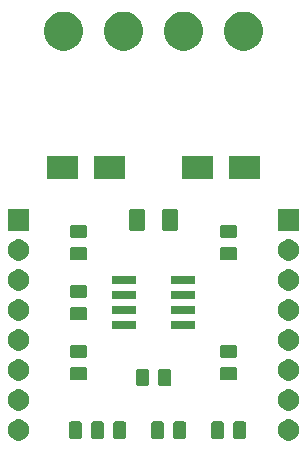
<source format=gbr>
G04 #@! TF.GenerationSoftware,KiCad,Pcbnew,(5.1.5)-3*
G04 #@! TF.CreationDate,2020-05-07T13:41:12+02:00*
G04 #@! TF.ProjectId,TPS25921A_eFuse,54505332-3539-4323-9141-5f6546757365,rev?*
G04 #@! TF.SameCoordinates,Original*
G04 #@! TF.FileFunction,Soldermask,Top*
G04 #@! TF.FilePolarity,Negative*
%FSLAX46Y46*%
G04 Gerber Fmt 4.6, Leading zero omitted, Abs format (unit mm)*
G04 Created by KiCad (PCBNEW (5.1.5)-3) date 2020-05-07 13:41:12*
%MOMM*%
%LPD*%
G04 APERTURE LIST*
%ADD10C,0.100000*%
G04 APERTURE END LIST*
D10*
G36*
X227443512Y-122293927D02*
G01*
X227592812Y-122323624D01*
X227756784Y-122391544D01*
X227904354Y-122490147D01*
X228029853Y-122615646D01*
X228128456Y-122763216D01*
X228196376Y-122927188D01*
X228231000Y-123101259D01*
X228231000Y-123278741D01*
X228196376Y-123452812D01*
X228128456Y-123616784D01*
X228029853Y-123764354D01*
X227904354Y-123889853D01*
X227756784Y-123988456D01*
X227592812Y-124056376D01*
X227443512Y-124086073D01*
X227418742Y-124091000D01*
X227241258Y-124091000D01*
X227216488Y-124086073D01*
X227067188Y-124056376D01*
X226903216Y-123988456D01*
X226755646Y-123889853D01*
X226630147Y-123764354D01*
X226531544Y-123616784D01*
X226463624Y-123452812D01*
X226429000Y-123278741D01*
X226429000Y-123101259D01*
X226463624Y-122927188D01*
X226531544Y-122763216D01*
X226630147Y-122615646D01*
X226755646Y-122490147D01*
X226903216Y-122391544D01*
X227067188Y-122323624D01*
X227216488Y-122293927D01*
X227241258Y-122289000D01*
X227418742Y-122289000D01*
X227443512Y-122293927D01*
G37*
G36*
X204583512Y-122293927D02*
G01*
X204732812Y-122323624D01*
X204896784Y-122391544D01*
X205044354Y-122490147D01*
X205169853Y-122615646D01*
X205268456Y-122763216D01*
X205336376Y-122927188D01*
X205371000Y-123101259D01*
X205371000Y-123278741D01*
X205336376Y-123452812D01*
X205268456Y-123616784D01*
X205169853Y-123764354D01*
X205044354Y-123889853D01*
X204896784Y-123988456D01*
X204732812Y-124056376D01*
X204583512Y-124086073D01*
X204558742Y-124091000D01*
X204381258Y-124091000D01*
X204356488Y-124086073D01*
X204207188Y-124056376D01*
X204043216Y-123988456D01*
X203895646Y-123889853D01*
X203770147Y-123764354D01*
X203671544Y-123616784D01*
X203603624Y-123452812D01*
X203569000Y-123278741D01*
X203569000Y-123101259D01*
X203603624Y-122927188D01*
X203671544Y-122763216D01*
X203770147Y-122615646D01*
X203895646Y-122490147D01*
X204043216Y-122391544D01*
X204207188Y-122323624D01*
X204356488Y-122293927D01*
X204381258Y-122289000D01*
X204558742Y-122289000D01*
X204583512Y-122293927D01*
G37*
G36*
X223559468Y-122443565D02*
G01*
X223598138Y-122455296D01*
X223633777Y-122474346D01*
X223665017Y-122499983D01*
X223690654Y-122531223D01*
X223709704Y-122566862D01*
X223721435Y-122605532D01*
X223726000Y-122651888D01*
X223726000Y-123728112D01*
X223721435Y-123774468D01*
X223709704Y-123813138D01*
X223690654Y-123848777D01*
X223665017Y-123880017D01*
X223633777Y-123905654D01*
X223598138Y-123924704D01*
X223559468Y-123936435D01*
X223513112Y-123941000D01*
X222861888Y-123941000D01*
X222815532Y-123936435D01*
X222776862Y-123924704D01*
X222741223Y-123905654D01*
X222709983Y-123880017D01*
X222684346Y-123848777D01*
X222665296Y-123813138D01*
X222653565Y-123774468D01*
X222649000Y-123728112D01*
X222649000Y-122651888D01*
X222653565Y-122605532D01*
X222665296Y-122566862D01*
X222684346Y-122531223D01*
X222709983Y-122499983D01*
X222741223Y-122474346D01*
X222776862Y-122455296D01*
X222815532Y-122443565D01*
X222861888Y-122439000D01*
X223513112Y-122439000D01*
X223559468Y-122443565D01*
G37*
G36*
X221684468Y-122443565D02*
G01*
X221723138Y-122455296D01*
X221758777Y-122474346D01*
X221790017Y-122499983D01*
X221815654Y-122531223D01*
X221834704Y-122566862D01*
X221846435Y-122605532D01*
X221851000Y-122651888D01*
X221851000Y-123728112D01*
X221846435Y-123774468D01*
X221834704Y-123813138D01*
X221815654Y-123848777D01*
X221790017Y-123880017D01*
X221758777Y-123905654D01*
X221723138Y-123924704D01*
X221684468Y-123936435D01*
X221638112Y-123941000D01*
X220986888Y-123941000D01*
X220940532Y-123936435D01*
X220901862Y-123924704D01*
X220866223Y-123905654D01*
X220834983Y-123880017D01*
X220809346Y-123848777D01*
X220790296Y-123813138D01*
X220778565Y-123774468D01*
X220774000Y-123728112D01*
X220774000Y-122651888D01*
X220778565Y-122605532D01*
X220790296Y-122566862D01*
X220809346Y-122531223D01*
X220834983Y-122499983D01*
X220866223Y-122474346D01*
X220901862Y-122455296D01*
X220940532Y-122443565D01*
X220986888Y-122439000D01*
X221638112Y-122439000D01*
X221684468Y-122443565D01*
G37*
G36*
X209657568Y-122443565D02*
G01*
X209696238Y-122455296D01*
X209731877Y-122474346D01*
X209763117Y-122499983D01*
X209788754Y-122531223D01*
X209807804Y-122566862D01*
X209819535Y-122605532D01*
X209824100Y-122651888D01*
X209824100Y-123728112D01*
X209819535Y-123774468D01*
X209807804Y-123813138D01*
X209788754Y-123848777D01*
X209763117Y-123880017D01*
X209731877Y-123905654D01*
X209696238Y-123924704D01*
X209657568Y-123936435D01*
X209611212Y-123941000D01*
X208959988Y-123941000D01*
X208913632Y-123936435D01*
X208874962Y-123924704D01*
X208839323Y-123905654D01*
X208808083Y-123880017D01*
X208782446Y-123848777D01*
X208763396Y-123813138D01*
X208751665Y-123774468D01*
X208747100Y-123728112D01*
X208747100Y-122651888D01*
X208751665Y-122605532D01*
X208763396Y-122566862D01*
X208782446Y-122531223D01*
X208808083Y-122499983D01*
X208839323Y-122474346D01*
X208874962Y-122455296D01*
X208913632Y-122443565D01*
X208959988Y-122439000D01*
X209611212Y-122439000D01*
X209657568Y-122443565D01*
G37*
G36*
X213399468Y-122443565D02*
G01*
X213438138Y-122455296D01*
X213473777Y-122474346D01*
X213505017Y-122499983D01*
X213530654Y-122531223D01*
X213549704Y-122566862D01*
X213561435Y-122605532D01*
X213566000Y-122651888D01*
X213566000Y-123728112D01*
X213561435Y-123774468D01*
X213549704Y-123813138D01*
X213530654Y-123848777D01*
X213505017Y-123880017D01*
X213473777Y-123905654D01*
X213438138Y-123924704D01*
X213399468Y-123936435D01*
X213353112Y-123941000D01*
X212701888Y-123941000D01*
X212655532Y-123936435D01*
X212616862Y-123924704D01*
X212581223Y-123905654D01*
X212549983Y-123880017D01*
X212524346Y-123848777D01*
X212505296Y-123813138D01*
X212493565Y-123774468D01*
X212489000Y-123728112D01*
X212489000Y-122651888D01*
X212493565Y-122605532D01*
X212505296Y-122566862D01*
X212524346Y-122531223D01*
X212549983Y-122499983D01*
X212581223Y-122474346D01*
X212616862Y-122455296D01*
X212655532Y-122443565D01*
X212701888Y-122439000D01*
X213353112Y-122439000D01*
X213399468Y-122443565D01*
G37*
G36*
X211524468Y-122443565D02*
G01*
X211563138Y-122455296D01*
X211598777Y-122474346D01*
X211630017Y-122499983D01*
X211655654Y-122531223D01*
X211674704Y-122566862D01*
X211686435Y-122605532D01*
X211691000Y-122651888D01*
X211691000Y-123728112D01*
X211686435Y-123774468D01*
X211674704Y-123813138D01*
X211655654Y-123848777D01*
X211630017Y-123880017D01*
X211598777Y-123905654D01*
X211563138Y-123924704D01*
X211524468Y-123936435D01*
X211478112Y-123941000D01*
X210826888Y-123941000D01*
X210780532Y-123936435D01*
X210741862Y-123924704D01*
X210706223Y-123905654D01*
X210674983Y-123880017D01*
X210649346Y-123848777D01*
X210630296Y-123813138D01*
X210618565Y-123774468D01*
X210614000Y-123728112D01*
X210614000Y-122651888D01*
X210618565Y-122605532D01*
X210630296Y-122566862D01*
X210649346Y-122531223D01*
X210674983Y-122499983D01*
X210706223Y-122474346D01*
X210741862Y-122455296D01*
X210780532Y-122443565D01*
X210826888Y-122439000D01*
X211478112Y-122439000D01*
X211524468Y-122443565D01*
G37*
G36*
X218479468Y-122443565D02*
G01*
X218518138Y-122455296D01*
X218553777Y-122474346D01*
X218585017Y-122499983D01*
X218610654Y-122531223D01*
X218629704Y-122566862D01*
X218641435Y-122605532D01*
X218646000Y-122651888D01*
X218646000Y-123728112D01*
X218641435Y-123774468D01*
X218629704Y-123813138D01*
X218610654Y-123848777D01*
X218585017Y-123880017D01*
X218553777Y-123905654D01*
X218518138Y-123924704D01*
X218479468Y-123936435D01*
X218433112Y-123941000D01*
X217781888Y-123941000D01*
X217735532Y-123936435D01*
X217696862Y-123924704D01*
X217661223Y-123905654D01*
X217629983Y-123880017D01*
X217604346Y-123848777D01*
X217585296Y-123813138D01*
X217573565Y-123774468D01*
X217569000Y-123728112D01*
X217569000Y-122651888D01*
X217573565Y-122605532D01*
X217585296Y-122566862D01*
X217604346Y-122531223D01*
X217629983Y-122499983D01*
X217661223Y-122474346D01*
X217696862Y-122455296D01*
X217735532Y-122443565D01*
X217781888Y-122439000D01*
X218433112Y-122439000D01*
X218479468Y-122443565D01*
G37*
G36*
X216604468Y-122443565D02*
G01*
X216643138Y-122455296D01*
X216678777Y-122474346D01*
X216710017Y-122499983D01*
X216735654Y-122531223D01*
X216754704Y-122566862D01*
X216766435Y-122605532D01*
X216771000Y-122651888D01*
X216771000Y-123728112D01*
X216766435Y-123774468D01*
X216754704Y-123813138D01*
X216735654Y-123848777D01*
X216710017Y-123880017D01*
X216678777Y-123905654D01*
X216643138Y-123924704D01*
X216604468Y-123936435D01*
X216558112Y-123941000D01*
X215906888Y-123941000D01*
X215860532Y-123936435D01*
X215821862Y-123924704D01*
X215786223Y-123905654D01*
X215754983Y-123880017D01*
X215729346Y-123848777D01*
X215710296Y-123813138D01*
X215698565Y-123774468D01*
X215694000Y-123728112D01*
X215694000Y-122651888D01*
X215698565Y-122605532D01*
X215710296Y-122566862D01*
X215729346Y-122531223D01*
X215754983Y-122499983D01*
X215786223Y-122474346D01*
X215821862Y-122455296D01*
X215860532Y-122443565D01*
X215906888Y-122439000D01*
X216558112Y-122439000D01*
X216604468Y-122443565D01*
G37*
G36*
X204583512Y-119753927D02*
G01*
X204732812Y-119783624D01*
X204896784Y-119851544D01*
X205044354Y-119950147D01*
X205169853Y-120075646D01*
X205268456Y-120223216D01*
X205336376Y-120387188D01*
X205371000Y-120561259D01*
X205371000Y-120738741D01*
X205336376Y-120912812D01*
X205268456Y-121076784D01*
X205169853Y-121224354D01*
X205044354Y-121349853D01*
X204896784Y-121448456D01*
X204732812Y-121516376D01*
X204583512Y-121546073D01*
X204558742Y-121551000D01*
X204381258Y-121551000D01*
X204356488Y-121546073D01*
X204207188Y-121516376D01*
X204043216Y-121448456D01*
X203895646Y-121349853D01*
X203770147Y-121224354D01*
X203671544Y-121076784D01*
X203603624Y-120912812D01*
X203569000Y-120738741D01*
X203569000Y-120561259D01*
X203603624Y-120387188D01*
X203671544Y-120223216D01*
X203770147Y-120075646D01*
X203895646Y-119950147D01*
X204043216Y-119851544D01*
X204207188Y-119783624D01*
X204356488Y-119753927D01*
X204381258Y-119749000D01*
X204558742Y-119749000D01*
X204583512Y-119753927D01*
G37*
G36*
X227443512Y-119753927D02*
G01*
X227592812Y-119783624D01*
X227756784Y-119851544D01*
X227904354Y-119950147D01*
X228029853Y-120075646D01*
X228128456Y-120223216D01*
X228196376Y-120387188D01*
X228231000Y-120561259D01*
X228231000Y-120738741D01*
X228196376Y-120912812D01*
X228128456Y-121076784D01*
X228029853Y-121224354D01*
X227904354Y-121349853D01*
X227756784Y-121448456D01*
X227592812Y-121516376D01*
X227443512Y-121546073D01*
X227418742Y-121551000D01*
X227241258Y-121551000D01*
X227216488Y-121546073D01*
X227067188Y-121516376D01*
X226903216Y-121448456D01*
X226755646Y-121349853D01*
X226630147Y-121224354D01*
X226531544Y-121076784D01*
X226463624Y-120912812D01*
X226429000Y-120738741D01*
X226429000Y-120561259D01*
X226463624Y-120387188D01*
X226531544Y-120223216D01*
X226630147Y-120075646D01*
X226755646Y-119950147D01*
X226903216Y-119851544D01*
X227067188Y-119783624D01*
X227216488Y-119753927D01*
X227241258Y-119749000D01*
X227418742Y-119749000D01*
X227443512Y-119753927D01*
G37*
G36*
X217209468Y-117998565D02*
G01*
X217248138Y-118010296D01*
X217283777Y-118029346D01*
X217315017Y-118054983D01*
X217340654Y-118086223D01*
X217359704Y-118121862D01*
X217371435Y-118160532D01*
X217376000Y-118206888D01*
X217376000Y-119283112D01*
X217371435Y-119329468D01*
X217359704Y-119368138D01*
X217340654Y-119403777D01*
X217315017Y-119435017D01*
X217283777Y-119460654D01*
X217248138Y-119479704D01*
X217209468Y-119491435D01*
X217163112Y-119496000D01*
X216511888Y-119496000D01*
X216465532Y-119491435D01*
X216426862Y-119479704D01*
X216391223Y-119460654D01*
X216359983Y-119435017D01*
X216334346Y-119403777D01*
X216315296Y-119368138D01*
X216303565Y-119329468D01*
X216299000Y-119283112D01*
X216299000Y-118206888D01*
X216303565Y-118160532D01*
X216315296Y-118121862D01*
X216334346Y-118086223D01*
X216359983Y-118054983D01*
X216391223Y-118029346D01*
X216426862Y-118010296D01*
X216465532Y-117998565D01*
X216511888Y-117994000D01*
X217163112Y-117994000D01*
X217209468Y-117998565D01*
G37*
G36*
X215334468Y-117998565D02*
G01*
X215373138Y-118010296D01*
X215408777Y-118029346D01*
X215440017Y-118054983D01*
X215465654Y-118086223D01*
X215484704Y-118121862D01*
X215496435Y-118160532D01*
X215501000Y-118206888D01*
X215501000Y-119283112D01*
X215496435Y-119329468D01*
X215484704Y-119368138D01*
X215465654Y-119403777D01*
X215440017Y-119435017D01*
X215408777Y-119460654D01*
X215373138Y-119479704D01*
X215334468Y-119491435D01*
X215288112Y-119496000D01*
X214636888Y-119496000D01*
X214590532Y-119491435D01*
X214551862Y-119479704D01*
X214516223Y-119460654D01*
X214484983Y-119435017D01*
X214459346Y-119403777D01*
X214440296Y-119368138D01*
X214428565Y-119329468D01*
X214424000Y-119283112D01*
X214424000Y-118206888D01*
X214428565Y-118160532D01*
X214440296Y-118121862D01*
X214459346Y-118086223D01*
X214484983Y-118054983D01*
X214516223Y-118029346D01*
X214551862Y-118010296D01*
X214590532Y-117998565D01*
X214636888Y-117994000D01*
X215288112Y-117994000D01*
X215334468Y-117998565D01*
G37*
G36*
X204583512Y-117213927D02*
G01*
X204732812Y-117243624D01*
X204896784Y-117311544D01*
X205044354Y-117410147D01*
X205169853Y-117535646D01*
X205268456Y-117683216D01*
X205336376Y-117847188D01*
X205371000Y-118021259D01*
X205371000Y-118198741D01*
X205336376Y-118372812D01*
X205268456Y-118536784D01*
X205169853Y-118684354D01*
X205044354Y-118809853D01*
X204896784Y-118908456D01*
X204732812Y-118976376D01*
X204583512Y-119006073D01*
X204558742Y-119011000D01*
X204381258Y-119011000D01*
X204356488Y-119006073D01*
X204207188Y-118976376D01*
X204043216Y-118908456D01*
X203895646Y-118809853D01*
X203770147Y-118684354D01*
X203671544Y-118536784D01*
X203603624Y-118372812D01*
X203569000Y-118198741D01*
X203569000Y-118021259D01*
X203603624Y-117847188D01*
X203671544Y-117683216D01*
X203770147Y-117535646D01*
X203895646Y-117410147D01*
X204043216Y-117311544D01*
X204207188Y-117243624D01*
X204356488Y-117213927D01*
X204381258Y-117209000D01*
X204558742Y-117209000D01*
X204583512Y-117213927D01*
G37*
G36*
X227443512Y-117213927D02*
G01*
X227592812Y-117243624D01*
X227756784Y-117311544D01*
X227904354Y-117410147D01*
X228029853Y-117535646D01*
X228128456Y-117683216D01*
X228196376Y-117847188D01*
X228231000Y-118021259D01*
X228231000Y-118198741D01*
X228196376Y-118372812D01*
X228128456Y-118536784D01*
X228029853Y-118684354D01*
X227904354Y-118809853D01*
X227756784Y-118908456D01*
X227592812Y-118976376D01*
X227443512Y-119006073D01*
X227418742Y-119011000D01*
X227241258Y-119011000D01*
X227216488Y-119006073D01*
X227067188Y-118976376D01*
X226903216Y-118908456D01*
X226755646Y-118809853D01*
X226630147Y-118684354D01*
X226531544Y-118536784D01*
X226463624Y-118372812D01*
X226429000Y-118198741D01*
X226429000Y-118021259D01*
X226463624Y-117847188D01*
X226531544Y-117683216D01*
X226630147Y-117535646D01*
X226755646Y-117410147D01*
X226903216Y-117311544D01*
X227067188Y-117243624D01*
X227216488Y-117213927D01*
X227241258Y-117209000D01*
X227418742Y-117209000D01*
X227443512Y-117213927D01*
G37*
G36*
X210134468Y-117878565D02*
G01*
X210173138Y-117890296D01*
X210208777Y-117909346D01*
X210240017Y-117934983D01*
X210265654Y-117966223D01*
X210284704Y-118001862D01*
X210296435Y-118040532D01*
X210301000Y-118086888D01*
X210301000Y-118738112D01*
X210296435Y-118784468D01*
X210284704Y-118823138D01*
X210265654Y-118858777D01*
X210240017Y-118890017D01*
X210208777Y-118915654D01*
X210173138Y-118934704D01*
X210134468Y-118946435D01*
X210088112Y-118951000D01*
X209011888Y-118951000D01*
X208965532Y-118946435D01*
X208926862Y-118934704D01*
X208891223Y-118915654D01*
X208859983Y-118890017D01*
X208834346Y-118858777D01*
X208815296Y-118823138D01*
X208803565Y-118784468D01*
X208799000Y-118738112D01*
X208799000Y-118086888D01*
X208803565Y-118040532D01*
X208815296Y-118001862D01*
X208834346Y-117966223D01*
X208859983Y-117934983D01*
X208891223Y-117909346D01*
X208926862Y-117890296D01*
X208965532Y-117878565D01*
X209011888Y-117874000D01*
X210088112Y-117874000D01*
X210134468Y-117878565D01*
G37*
G36*
X222834468Y-117878565D02*
G01*
X222873138Y-117890296D01*
X222908777Y-117909346D01*
X222940017Y-117934983D01*
X222965654Y-117966223D01*
X222984704Y-118001862D01*
X222996435Y-118040532D01*
X223001000Y-118086888D01*
X223001000Y-118738112D01*
X222996435Y-118784468D01*
X222984704Y-118823138D01*
X222965654Y-118858777D01*
X222940017Y-118890017D01*
X222908777Y-118915654D01*
X222873138Y-118934704D01*
X222834468Y-118946435D01*
X222788112Y-118951000D01*
X221711888Y-118951000D01*
X221665532Y-118946435D01*
X221626862Y-118934704D01*
X221591223Y-118915654D01*
X221559983Y-118890017D01*
X221534346Y-118858777D01*
X221515296Y-118823138D01*
X221503565Y-118784468D01*
X221499000Y-118738112D01*
X221499000Y-118086888D01*
X221503565Y-118040532D01*
X221515296Y-118001862D01*
X221534346Y-117966223D01*
X221559983Y-117934983D01*
X221591223Y-117909346D01*
X221626862Y-117890296D01*
X221665532Y-117878565D01*
X221711888Y-117874000D01*
X222788112Y-117874000D01*
X222834468Y-117878565D01*
G37*
G36*
X210134468Y-116003565D02*
G01*
X210173138Y-116015296D01*
X210208777Y-116034346D01*
X210240017Y-116059983D01*
X210265654Y-116091223D01*
X210284704Y-116126862D01*
X210296435Y-116165532D01*
X210301000Y-116211888D01*
X210301000Y-116863112D01*
X210296435Y-116909468D01*
X210284704Y-116948138D01*
X210265654Y-116983777D01*
X210240017Y-117015017D01*
X210208777Y-117040654D01*
X210173138Y-117059704D01*
X210134468Y-117071435D01*
X210088112Y-117076000D01*
X209011888Y-117076000D01*
X208965532Y-117071435D01*
X208926862Y-117059704D01*
X208891223Y-117040654D01*
X208859983Y-117015017D01*
X208834346Y-116983777D01*
X208815296Y-116948138D01*
X208803565Y-116909468D01*
X208799000Y-116863112D01*
X208799000Y-116211888D01*
X208803565Y-116165532D01*
X208815296Y-116126862D01*
X208834346Y-116091223D01*
X208859983Y-116059983D01*
X208891223Y-116034346D01*
X208926862Y-116015296D01*
X208965532Y-116003565D01*
X209011888Y-115999000D01*
X210088112Y-115999000D01*
X210134468Y-116003565D01*
G37*
G36*
X222834468Y-116003565D02*
G01*
X222873138Y-116015296D01*
X222908777Y-116034346D01*
X222940017Y-116059983D01*
X222965654Y-116091223D01*
X222984704Y-116126862D01*
X222996435Y-116165532D01*
X223001000Y-116211888D01*
X223001000Y-116863112D01*
X222996435Y-116909468D01*
X222984704Y-116948138D01*
X222965654Y-116983777D01*
X222940017Y-117015017D01*
X222908777Y-117040654D01*
X222873138Y-117059704D01*
X222834468Y-117071435D01*
X222788112Y-117076000D01*
X221711888Y-117076000D01*
X221665532Y-117071435D01*
X221626862Y-117059704D01*
X221591223Y-117040654D01*
X221559983Y-117015017D01*
X221534346Y-116983777D01*
X221515296Y-116948138D01*
X221503565Y-116909468D01*
X221499000Y-116863112D01*
X221499000Y-116211888D01*
X221503565Y-116165532D01*
X221515296Y-116126862D01*
X221534346Y-116091223D01*
X221559983Y-116059983D01*
X221591223Y-116034346D01*
X221626862Y-116015296D01*
X221665532Y-116003565D01*
X221711888Y-115999000D01*
X222788112Y-115999000D01*
X222834468Y-116003565D01*
G37*
G36*
X204583512Y-114673927D02*
G01*
X204732812Y-114703624D01*
X204896784Y-114771544D01*
X205044354Y-114870147D01*
X205169853Y-114995646D01*
X205268456Y-115143216D01*
X205336376Y-115307188D01*
X205371000Y-115481259D01*
X205371000Y-115658741D01*
X205336376Y-115832812D01*
X205268456Y-115996784D01*
X205169853Y-116144354D01*
X205044354Y-116269853D01*
X204896784Y-116368456D01*
X204732812Y-116436376D01*
X204583512Y-116466073D01*
X204558742Y-116471000D01*
X204381258Y-116471000D01*
X204356488Y-116466073D01*
X204207188Y-116436376D01*
X204043216Y-116368456D01*
X203895646Y-116269853D01*
X203770147Y-116144354D01*
X203671544Y-115996784D01*
X203603624Y-115832812D01*
X203569000Y-115658741D01*
X203569000Y-115481259D01*
X203603624Y-115307188D01*
X203671544Y-115143216D01*
X203770147Y-114995646D01*
X203895646Y-114870147D01*
X204043216Y-114771544D01*
X204207188Y-114703624D01*
X204356488Y-114673927D01*
X204381258Y-114669000D01*
X204558742Y-114669000D01*
X204583512Y-114673927D01*
G37*
G36*
X227443512Y-114673927D02*
G01*
X227592812Y-114703624D01*
X227756784Y-114771544D01*
X227904354Y-114870147D01*
X228029853Y-114995646D01*
X228128456Y-115143216D01*
X228196376Y-115307188D01*
X228231000Y-115481259D01*
X228231000Y-115658741D01*
X228196376Y-115832812D01*
X228128456Y-115996784D01*
X228029853Y-116144354D01*
X227904354Y-116269853D01*
X227756784Y-116368456D01*
X227592812Y-116436376D01*
X227443512Y-116466073D01*
X227418742Y-116471000D01*
X227241258Y-116471000D01*
X227216488Y-116466073D01*
X227067188Y-116436376D01*
X226903216Y-116368456D01*
X226755646Y-116269853D01*
X226630147Y-116144354D01*
X226531544Y-115996784D01*
X226463624Y-115832812D01*
X226429000Y-115658741D01*
X226429000Y-115481259D01*
X226463624Y-115307188D01*
X226531544Y-115143216D01*
X226630147Y-114995646D01*
X226755646Y-114870147D01*
X226903216Y-114771544D01*
X227067188Y-114703624D01*
X227216488Y-114673927D01*
X227241258Y-114669000D01*
X227418742Y-114669000D01*
X227443512Y-114673927D01*
G37*
G36*
X214359928Y-113951764D02*
G01*
X214381009Y-113958160D01*
X214400445Y-113968548D01*
X214417476Y-113982524D01*
X214431452Y-113999555D01*
X214441840Y-114018991D01*
X214448236Y-114040072D01*
X214451000Y-114068140D01*
X214451000Y-114531860D01*
X214448236Y-114559928D01*
X214441840Y-114581009D01*
X214431452Y-114600445D01*
X214417476Y-114617476D01*
X214400445Y-114631452D01*
X214381009Y-114641840D01*
X214359928Y-114648236D01*
X214331860Y-114651000D01*
X212518140Y-114651000D01*
X212490072Y-114648236D01*
X212468991Y-114641840D01*
X212449555Y-114631452D01*
X212432524Y-114617476D01*
X212418548Y-114600445D01*
X212408160Y-114581009D01*
X212401764Y-114559928D01*
X212399000Y-114531860D01*
X212399000Y-114068140D01*
X212401764Y-114040072D01*
X212408160Y-114018991D01*
X212418548Y-113999555D01*
X212432524Y-113982524D01*
X212449555Y-113968548D01*
X212468991Y-113958160D01*
X212490072Y-113951764D01*
X212518140Y-113949000D01*
X214331860Y-113949000D01*
X214359928Y-113951764D01*
G37*
G36*
X219309928Y-113951764D02*
G01*
X219331009Y-113958160D01*
X219350445Y-113968548D01*
X219367476Y-113982524D01*
X219381452Y-113999555D01*
X219391840Y-114018991D01*
X219398236Y-114040072D01*
X219401000Y-114068140D01*
X219401000Y-114531860D01*
X219398236Y-114559928D01*
X219391840Y-114581009D01*
X219381452Y-114600445D01*
X219367476Y-114617476D01*
X219350445Y-114631452D01*
X219331009Y-114641840D01*
X219309928Y-114648236D01*
X219281860Y-114651000D01*
X217468140Y-114651000D01*
X217440072Y-114648236D01*
X217418991Y-114641840D01*
X217399555Y-114631452D01*
X217382524Y-114617476D01*
X217368548Y-114600445D01*
X217358160Y-114581009D01*
X217351764Y-114559928D01*
X217349000Y-114531860D01*
X217349000Y-114068140D01*
X217351764Y-114040072D01*
X217358160Y-114018991D01*
X217368548Y-113999555D01*
X217382524Y-113982524D01*
X217399555Y-113968548D01*
X217418991Y-113958160D01*
X217440072Y-113951764D01*
X217468140Y-113949000D01*
X219281860Y-113949000D01*
X219309928Y-113951764D01*
G37*
G36*
X227443512Y-112133927D02*
G01*
X227592812Y-112163624D01*
X227756784Y-112231544D01*
X227904354Y-112330147D01*
X228029853Y-112455646D01*
X228128456Y-112603216D01*
X228196376Y-112767188D01*
X228231000Y-112941259D01*
X228231000Y-113118741D01*
X228196376Y-113292812D01*
X228128456Y-113456784D01*
X228029853Y-113604354D01*
X227904354Y-113729853D01*
X227756784Y-113828456D01*
X227592812Y-113896376D01*
X227443512Y-113926073D01*
X227418742Y-113931000D01*
X227241258Y-113931000D01*
X227216488Y-113926073D01*
X227067188Y-113896376D01*
X226903216Y-113828456D01*
X226755646Y-113729853D01*
X226630147Y-113604354D01*
X226531544Y-113456784D01*
X226463624Y-113292812D01*
X226429000Y-113118741D01*
X226429000Y-112941259D01*
X226463624Y-112767188D01*
X226531544Y-112603216D01*
X226630147Y-112455646D01*
X226755646Y-112330147D01*
X226903216Y-112231544D01*
X227067188Y-112163624D01*
X227216488Y-112133927D01*
X227241258Y-112129000D01*
X227418742Y-112129000D01*
X227443512Y-112133927D01*
G37*
G36*
X204583512Y-112133927D02*
G01*
X204732812Y-112163624D01*
X204896784Y-112231544D01*
X205044354Y-112330147D01*
X205169853Y-112455646D01*
X205268456Y-112603216D01*
X205336376Y-112767188D01*
X205371000Y-112941259D01*
X205371000Y-113118741D01*
X205336376Y-113292812D01*
X205268456Y-113456784D01*
X205169853Y-113604354D01*
X205044354Y-113729853D01*
X204896784Y-113828456D01*
X204732812Y-113896376D01*
X204583512Y-113926073D01*
X204558742Y-113931000D01*
X204381258Y-113931000D01*
X204356488Y-113926073D01*
X204207188Y-113896376D01*
X204043216Y-113828456D01*
X203895646Y-113729853D01*
X203770147Y-113604354D01*
X203671544Y-113456784D01*
X203603624Y-113292812D01*
X203569000Y-113118741D01*
X203569000Y-112941259D01*
X203603624Y-112767188D01*
X203671544Y-112603216D01*
X203770147Y-112455646D01*
X203895646Y-112330147D01*
X204043216Y-112231544D01*
X204207188Y-112163624D01*
X204356488Y-112133927D01*
X204381258Y-112129000D01*
X204558742Y-112129000D01*
X204583512Y-112133927D01*
G37*
G36*
X210134468Y-112798565D02*
G01*
X210173138Y-112810296D01*
X210208777Y-112829346D01*
X210240017Y-112854983D01*
X210265654Y-112886223D01*
X210284704Y-112921862D01*
X210296435Y-112960532D01*
X210301000Y-113006888D01*
X210301000Y-113658112D01*
X210296435Y-113704468D01*
X210284704Y-113743138D01*
X210265654Y-113778777D01*
X210240017Y-113810017D01*
X210208777Y-113835654D01*
X210173138Y-113854704D01*
X210134468Y-113866435D01*
X210088112Y-113871000D01*
X209011888Y-113871000D01*
X208965532Y-113866435D01*
X208926862Y-113854704D01*
X208891223Y-113835654D01*
X208859983Y-113810017D01*
X208834346Y-113778777D01*
X208815296Y-113743138D01*
X208803565Y-113704468D01*
X208799000Y-113658112D01*
X208799000Y-113006888D01*
X208803565Y-112960532D01*
X208815296Y-112921862D01*
X208834346Y-112886223D01*
X208859983Y-112854983D01*
X208891223Y-112829346D01*
X208926862Y-112810296D01*
X208965532Y-112798565D01*
X209011888Y-112794000D01*
X210088112Y-112794000D01*
X210134468Y-112798565D01*
G37*
G36*
X214359928Y-112681764D02*
G01*
X214381009Y-112688160D01*
X214400445Y-112698548D01*
X214417476Y-112712524D01*
X214431452Y-112729555D01*
X214441840Y-112748991D01*
X214448236Y-112770072D01*
X214451000Y-112798140D01*
X214451000Y-113261860D01*
X214448236Y-113289928D01*
X214441840Y-113311009D01*
X214431452Y-113330445D01*
X214417476Y-113347476D01*
X214400445Y-113361452D01*
X214381009Y-113371840D01*
X214359928Y-113378236D01*
X214331860Y-113381000D01*
X212518140Y-113381000D01*
X212490072Y-113378236D01*
X212468991Y-113371840D01*
X212449555Y-113361452D01*
X212432524Y-113347476D01*
X212418548Y-113330445D01*
X212408160Y-113311009D01*
X212401764Y-113289928D01*
X212399000Y-113261860D01*
X212399000Y-112798140D01*
X212401764Y-112770072D01*
X212408160Y-112748991D01*
X212418548Y-112729555D01*
X212432524Y-112712524D01*
X212449555Y-112698548D01*
X212468991Y-112688160D01*
X212490072Y-112681764D01*
X212518140Y-112679000D01*
X214331860Y-112679000D01*
X214359928Y-112681764D01*
G37*
G36*
X219309928Y-112681764D02*
G01*
X219331009Y-112688160D01*
X219350445Y-112698548D01*
X219367476Y-112712524D01*
X219381452Y-112729555D01*
X219391840Y-112748991D01*
X219398236Y-112770072D01*
X219401000Y-112798140D01*
X219401000Y-113261860D01*
X219398236Y-113289928D01*
X219391840Y-113311009D01*
X219381452Y-113330445D01*
X219367476Y-113347476D01*
X219350445Y-113361452D01*
X219331009Y-113371840D01*
X219309928Y-113378236D01*
X219281860Y-113381000D01*
X217468140Y-113381000D01*
X217440072Y-113378236D01*
X217418991Y-113371840D01*
X217399555Y-113361452D01*
X217382524Y-113347476D01*
X217368548Y-113330445D01*
X217358160Y-113311009D01*
X217351764Y-113289928D01*
X217349000Y-113261860D01*
X217349000Y-112798140D01*
X217351764Y-112770072D01*
X217358160Y-112748991D01*
X217368548Y-112729555D01*
X217382524Y-112712524D01*
X217399555Y-112698548D01*
X217418991Y-112688160D01*
X217440072Y-112681764D01*
X217468140Y-112679000D01*
X219281860Y-112679000D01*
X219309928Y-112681764D01*
G37*
G36*
X214359928Y-111411764D02*
G01*
X214381009Y-111418160D01*
X214400445Y-111428548D01*
X214417476Y-111442524D01*
X214431452Y-111459555D01*
X214441840Y-111478991D01*
X214448236Y-111500072D01*
X214451000Y-111528140D01*
X214451000Y-111991860D01*
X214448236Y-112019928D01*
X214441840Y-112041009D01*
X214431452Y-112060445D01*
X214417476Y-112077476D01*
X214400445Y-112091452D01*
X214381009Y-112101840D01*
X214359928Y-112108236D01*
X214331860Y-112111000D01*
X212518140Y-112111000D01*
X212490072Y-112108236D01*
X212468991Y-112101840D01*
X212449555Y-112091452D01*
X212432524Y-112077476D01*
X212418548Y-112060445D01*
X212408160Y-112041009D01*
X212401764Y-112019928D01*
X212399000Y-111991860D01*
X212399000Y-111528140D01*
X212401764Y-111500072D01*
X212408160Y-111478991D01*
X212418548Y-111459555D01*
X212432524Y-111442524D01*
X212449555Y-111428548D01*
X212468991Y-111418160D01*
X212490072Y-111411764D01*
X212518140Y-111409000D01*
X214331860Y-111409000D01*
X214359928Y-111411764D01*
G37*
G36*
X219309928Y-111411764D02*
G01*
X219331009Y-111418160D01*
X219350445Y-111428548D01*
X219367476Y-111442524D01*
X219381452Y-111459555D01*
X219391840Y-111478991D01*
X219398236Y-111500072D01*
X219401000Y-111528140D01*
X219401000Y-111991860D01*
X219398236Y-112019928D01*
X219391840Y-112041009D01*
X219381452Y-112060445D01*
X219367476Y-112077476D01*
X219350445Y-112091452D01*
X219331009Y-112101840D01*
X219309928Y-112108236D01*
X219281860Y-112111000D01*
X217468140Y-112111000D01*
X217440072Y-112108236D01*
X217418991Y-112101840D01*
X217399555Y-112091452D01*
X217382524Y-112077476D01*
X217368548Y-112060445D01*
X217358160Y-112041009D01*
X217351764Y-112019928D01*
X217349000Y-111991860D01*
X217349000Y-111528140D01*
X217351764Y-111500072D01*
X217358160Y-111478991D01*
X217368548Y-111459555D01*
X217382524Y-111442524D01*
X217399555Y-111428548D01*
X217418991Y-111418160D01*
X217440072Y-111411764D01*
X217468140Y-111409000D01*
X219281860Y-111409000D01*
X219309928Y-111411764D01*
G37*
G36*
X210134468Y-110923565D02*
G01*
X210173138Y-110935296D01*
X210208777Y-110954346D01*
X210240017Y-110979983D01*
X210265654Y-111011223D01*
X210284704Y-111046862D01*
X210296435Y-111085532D01*
X210301000Y-111131888D01*
X210301000Y-111783112D01*
X210296435Y-111829468D01*
X210284704Y-111868138D01*
X210265654Y-111903777D01*
X210240017Y-111935017D01*
X210208777Y-111960654D01*
X210173138Y-111979704D01*
X210134468Y-111991435D01*
X210088112Y-111996000D01*
X209011888Y-111996000D01*
X208965532Y-111991435D01*
X208926862Y-111979704D01*
X208891223Y-111960654D01*
X208859983Y-111935017D01*
X208834346Y-111903777D01*
X208815296Y-111868138D01*
X208803565Y-111829468D01*
X208799000Y-111783112D01*
X208799000Y-111131888D01*
X208803565Y-111085532D01*
X208815296Y-111046862D01*
X208834346Y-111011223D01*
X208859983Y-110979983D01*
X208891223Y-110954346D01*
X208926862Y-110935296D01*
X208965532Y-110923565D01*
X209011888Y-110919000D01*
X210088112Y-110919000D01*
X210134468Y-110923565D01*
G37*
G36*
X227443512Y-109593927D02*
G01*
X227592812Y-109623624D01*
X227756784Y-109691544D01*
X227904354Y-109790147D01*
X228029853Y-109915646D01*
X228128456Y-110063216D01*
X228196376Y-110227188D01*
X228231000Y-110401259D01*
X228231000Y-110578741D01*
X228196376Y-110752812D01*
X228128456Y-110916784D01*
X228029853Y-111064354D01*
X227904354Y-111189853D01*
X227756784Y-111288456D01*
X227592812Y-111356376D01*
X227443512Y-111386073D01*
X227418742Y-111391000D01*
X227241258Y-111391000D01*
X227216488Y-111386073D01*
X227067188Y-111356376D01*
X226903216Y-111288456D01*
X226755646Y-111189853D01*
X226630147Y-111064354D01*
X226531544Y-110916784D01*
X226463624Y-110752812D01*
X226429000Y-110578741D01*
X226429000Y-110401259D01*
X226463624Y-110227188D01*
X226531544Y-110063216D01*
X226630147Y-109915646D01*
X226755646Y-109790147D01*
X226903216Y-109691544D01*
X227067188Y-109623624D01*
X227216488Y-109593927D01*
X227241258Y-109589000D01*
X227418742Y-109589000D01*
X227443512Y-109593927D01*
G37*
G36*
X204583512Y-109593927D02*
G01*
X204732812Y-109623624D01*
X204896784Y-109691544D01*
X205044354Y-109790147D01*
X205169853Y-109915646D01*
X205268456Y-110063216D01*
X205336376Y-110227188D01*
X205371000Y-110401259D01*
X205371000Y-110578741D01*
X205336376Y-110752812D01*
X205268456Y-110916784D01*
X205169853Y-111064354D01*
X205044354Y-111189853D01*
X204896784Y-111288456D01*
X204732812Y-111356376D01*
X204583512Y-111386073D01*
X204558742Y-111391000D01*
X204381258Y-111391000D01*
X204356488Y-111386073D01*
X204207188Y-111356376D01*
X204043216Y-111288456D01*
X203895646Y-111189853D01*
X203770147Y-111064354D01*
X203671544Y-110916784D01*
X203603624Y-110752812D01*
X203569000Y-110578741D01*
X203569000Y-110401259D01*
X203603624Y-110227188D01*
X203671544Y-110063216D01*
X203770147Y-109915646D01*
X203895646Y-109790147D01*
X204043216Y-109691544D01*
X204207188Y-109623624D01*
X204356488Y-109593927D01*
X204381258Y-109589000D01*
X204558742Y-109589000D01*
X204583512Y-109593927D01*
G37*
G36*
X219309928Y-110141764D02*
G01*
X219331009Y-110148160D01*
X219350445Y-110158548D01*
X219367476Y-110172524D01*
X219381452Y-110189555D01*
X219391840Y-110208991D01*
X219398236Y-110230072D01*
X219401000Y-110258140D01*
X219401000Y-110721860D01*
X219398236Y-110749928D01*
X219391840Y-110771009D01*
X219381452Y-110790445D01*
X219367476Y-110807476D01*
X219350445Y-110821452D01*
X219331009Y-110831840D01*
X219309928Y-110838236D01*
X219281860Y-110841000D01*
X217468140Y-110841000D01*
X217440072Y-110838236D01*
X217418991Y-110831840D01*
X217399555Y-110821452D01*
X217382524Y-110807476D01*
X217368548Y-110790445D01*
X217358160Y-110771009D01*
X217351764Y-110749928D01*
X217349000Y-110721860D01*
X217349000Y-110258140D01*
X217351764Y-110230072D01*
X217358160Y-110208991D01*
X217368548Y-110189555D01*
X217382524Y-110172524D01*
X217399555Y-110158548D01*
X217418991Y-110148160D01*
X217440072Y-110141764D01*
X217468140Y-110139000D01*
X219281860Y-110139000D01*
X219309928Y-110141764D01*
G37*
G36*
X214359928Y-110141764D02*
G01*
X214381009Y-110148160D01*
X214400445Y-110158548D01*
X214417476Y-110172524D01*
X214431452Y-110189555D01*
X214441840Y-110208991D01*
X214448236Y-110230072D01*
X214451000Y-110258140D01*
X214451000Y-110721860D01*
X214448236Y-110749928D01*
X214441840Y-110771009D01*
X214431452Y-110790445D01*
X214417476Y-110807476D01*
X214400445Y-110821452D01*
X214381009Y-110831840D01*
X214359928Y-110838236D01*
X214331860Y-110841000D01*
X212518140Y-110841000D01*
X212490072Y-110838236D01*
X212468991Y-110831840D01*
X212449555Y-110821452D01*
X212432524Y-110807476D01*
X212418548Y-110790445D01*
X212408160Y-110771009D01*
X212401764Y-110749928D01*
X212399000Y-110721860D01*
X212399000Y-110258140D01*
X212401764Y-110230072D01*
X212408160Y-110208991D01*
X212418548Y-110189555D01*
X212432524Y-110172524D01*
X212449555Y-110158548D01*
X212468991Y-110148160D01*
X212490072Y-110141764D01*
X212518140Y-110139000D01*
X214331860Y-110139000D01*
X214359928Y-110141764D01*
G37*
G36*
X204583512Y-107053927D02*
G01*
X204732812Y-107083624D01*
X204896784Y-107151544D01*
X205044354Y-107250147D01*
X205169853Y-107375646D01*
X205268456Y-107523216D01*
X205336376Y-107687188D01*
X205371000Y-107861259D01*
X205371000Y-108038741D01*
X205336376Y-108212812D01*
X205268456Y-108376784D01*
X205169853Y-108524354D01*
X205044354Y-108649853D01*
X204896784Y-108748456D01*
X204732812Y-108816376D01*
X204583512Y-108846073D01*
X204558742Y-108851000D01*
X204381258Y-108851000D01*
X204356488Y-108846073D01*
X204207188Y-108816376D01*
X204043216Y-108748456D01*
X203895646Y-108649853D01*
X203770147Y-108524354D01*
X203671544Y-108376784D01*
X203603624Y-108212812D01*
X203569000Y-108038741D01*
X203569000Y-107861259D01*
X203603624Y-107687188D01*
X203671544Y-107523216D01*
X203770147Y-107375646D01*
X203895646Y-107250147D01*
X204043216Y-107151544D01*
X204207188Y-107083624D01*
X204356488Y-107053927D01*
X204381258Y-107049000D01*
X204558742Y-107049000D01*
X204583512Y-107053927D01*
G37*
G36*
X227443512Y-107053927D02*
G01*
X227592812Y-107083624D01*
X227756784Y-107151544D01*
X227904354Y-107250147D01*
X228029853Y-107375646D01*
X228128456Y-107523216D01*
X228196376Y-107687188D01*
X228231000Y-107861259D01*
X228231000Y-108038741D01*
X228196376Y-108212812D01*
X228128456Y-108376784D01*
X228029853Y-108524354D01*
X227904354Y-108649853D01*
X227756784Y-108748456D01*
X227592812Y-108816376D01*
X227443512Y-108846073D01*
X227418742Y-108851000D01*
X227241258Y-108851000D01*
X227216488Y-108846073D01*
X227067188Y-108816376D01*
X226903216Y-108748456D01*
X226755646Y-108649853D01*
X226630147Y-108524354D01*
X226531544Y-108376784D01*
X226463624Y-108212812D01*
X226429000Y-108038741D01*
X226429000Y-107861259D01*
X226463624Y-107687188D01*
X226531544Y-107523216D01*
X226630147Y-107375646D01*
X226755646Y-107250147D01*
X226903216Y-107151544D01*
X227067188Y-107083624D01*
X227216488Y-107053927D01*
X227241258Y-107049000D01*
X227418742Y-107049000D01*
X227443512Y-107053927D01*
G37*
G36*
X222834468Y-107718565D02*
G01*
X222873138Y-107730296D01*
X222908777Y-107749346D01*
X222940017Y-107774983D01*
X222965654Y-107806223D01*
X222984704Y-107841862D01*
X222996435Y-107880532D01*
X223001000Y-107926888D01*
X223001000Y-108578112D01*
X222996435Y-108624468D01*
X222984704Y-108663138D01*
X222965654Y-108698777D01*
X222940017Y-108730017D01*
X222908777Y-108755654D01*
X222873138Y-108774704D01*
X222834468Y-108786435D01*
X222788112Y-108791000D01*
X221711888Y-108791000D01*
X221665532Y-108786435D01*
X221626862Y-108774704D01*
X221591223Y-108755654D01*
X221559983Y-108730017D01*
X221534346Y-108698777D01*
X221515296Y-108663138D01*
X221503565Y-108624468D01*
X221499000Y-108578112D01*
X221499000Y-107926888D01*
X221503565Y-107880532D01*
X221515296Y-107841862D01*
X221534346Y-107806223D01*
X221559983Y-107774983D01*
X221591223Y-107749346D01*
X221626862Y-107730296D01*
X221665532Y-107718565D01*
X221711888Y-107714000D01*
X222788112Y-107714000D01*
X222834468Y-107718565D01*
G37*
G36*
X210134468Y-107718565D02*
G01*
X210173138Y-107730296D01*
X210208777Y-107749346D01*
X210240017Y-107774983D01*
X210265654Y-107806223D01*
X210284704Y-107841862D01*
X210296435Y-107880532D01*
X210301000Y-107926888D01*
X210301000Y-108578112D01*
X210296435Y-108624468D01*
X210284704Y-108663138D01*
X210265654Y-108698777D01*
X210240017Y-108730017D01*
X210208777Y-108755654D01*
X210173138Y-108774704D01*
X210134468Y-108786435D01*
X210088112Y-108791000D01*
X209011888Y-108791000D01*
X208965532Y-108786435D01*
X208926862Y-108774704D01*
X208891223Y-108755654D01*
X208859983Y-108730017D01*
X208834346Y-108698777D01*
X208815296Y-108663138D01*
X208803565Y-108624468D01*
X208799000Y-108578112D01*
X208799000Y-107926888D01*
X208803565Y-107880532D01*
X208815296Y-107841862D01*
X208834346Y-107806223D01*
X208859983Y-107774983D01*
X208891223Y-107749346D01*
X208926862Y-107730296D01*
X208965532Y-107718565D01*
X209011888Y-107714000D01*
X210088112Y-107714000D01*
X210134468Y-107718565D01*
G37*
G36*
X210134468Y-105843565D02*
G01*
X210173138Y-105855296D01*
X210208777Y-105874346D01*
X210240017Y-105899983D01*
X210265654Y-105931223D01*
X210284704Y-105966862D01*
X210296435Y-106005532D01*
X210301000Y-106051888D01*
X210301000Y-106703112D01*
X210296435Y-106749468D01*
X210284704Y-106788138D01*
X210265654Y-106823777D01*
X210240017Y-106855017D01*
X210208777Y-106880654D01*
X210173138Y-106899704D01*
X210134468Y-106911435D01*
X210088112Y-106916000D01*
X209011888Y-106916000D01*
X208965532Y-106911435D01*
X208926862Y-106899704D01*
X208891223Y-106880654D01*
X208859983Y-106855017D01*
X208834346Y-106823777D01*
X208815296Y-106788138D01*
X208803565Y-106749468D01*
X208799000Y-106703112D01*
X208799000Y-106051888D01*
X208803565Y-106005532D01*
X208815296Y-105966862D01*
X208834346Y-105931223D01*
X208859983Y-105899983D01*
X208891223Y-105874346D01*
X208926862Y-105855296D01*
X208965532Y-105843565D01*
X209011888Y-105839000D01*
X210088112Y-105839000D01*
X210134468Y-105843565D01*
G37*
G36*
X222834468Y-105843565D02*
G01*
X222873138Y-105855296D01*
X222908777Y-105874346D01*
X222940017Y-105899983D01*
X222965654Y-105931223D01*
X222984704Y-105966862D01*
X222996435Y-106005532D01*
X223001000Y-106051888D01*
X223001000Y-106703112D01*
X222996435Y-106749468D01*
X222984704Y-106788138D01*
X222965654Y-106823777D01*
X222940017Y-106855017D01*
X222908777Y-106880654D01*
X222873138Y-106899704D01*
X222834468Y-106911435D01*
X222788112Y-106916000D01*
X221711888Y-106916000D01*
X221665532Y-106911435D01*
X221626862Y-106899704D01*
X221591223Y-106880654D01*
X221559983Y-106855017D01*
X221534346Y-106823777D01*
X221515296Y-106788138D01*
X221503565Y-106749468D01*
X221499000Y-106703112D01*
X221499000Y-106051888D01*
X221503565Y-106005532D01*
X221515296Y-105966862D01*
X221534346Y-105931223D01*
X221559983Y-105899983D01*
X221591223Y-105874346D01*
X221626862Y-105855296D01*
X221665532Y-105843565D01*
X221711888Y-105839000D01*
X222788112Y-105839000D01*
X222834468Y-105843565D01*
G37*
G36*
X217818604Y-104488347D02*
G01*
X217855144Y-104499432D01*
X217888821Y-104517433D01*
X217918341Y-104541659D01*
X217942567Y-104571179D01*
X217960568Y-104604856D01*
X217971653Y-104641396D01*
X217976000Y-104685538D01*
X217976000Y-106134462D01*
X217971653Y-106178604D01*
X217960568Y-106215144D01*
X217942567Y-106248821D01*
X217918341Y-106278341D01*
X217888821Y-106302567D01*
X217855144Y-106320568D01*
X217818604Y-106331653D01*
X217774462Y-106336000D01*
X216825538Y-106336000D01*
X216781396Y-106331653D01*
X216744856Y-106320568D01*
X216711179Y-106302567D01*
X216681659Y-106278341D01*
X216657433Y-106248821D01*
X216639432Y-106215144D01*
X216628347Y-106178604D01*
X216624000Y-106134462D01*
X216624000Y-104685538D01*
X216628347Y-104641396D01*
X216639432Y-104604856D01*
X216657433Y-104571179D01*
X216681659Y-104541659D01*
X216711179Y-104517433D01*
X216744856Y-104499432D01*
X216781396Y-104488347D01*
X216825538Y-104484000D01*
X217774462Y-104484000D01*
X217818604Y-104488347D01*
G37*
G36*
X215018604Y-104488347D02*
G01*
X215055144Y-104499432D01*
X215088821Y-104517433D01*
X215118341Y-104541659D01*
X215142567Y-104571179D01*
X215160568Y-104604856D01*
X215171653Y-104641396D01*
X215176000Y-104685538D01*
X215176000Y-106134462D01*
X215171653Y-106178604D01*
X215160568Y-106215144D01*
X215142567Y-106248821D01*
X215118341Y-106278341D01*
X215088821Y-106302567D01*
X215055144Y-106320568D01*
X215018604Y-106331653D01*
X214974462Y-106336000D01*
X214025538Y-106336000D01*
X213981396Y-106331653D01*
X213944856Y-106320568D01*
X213911179Y-106302567D01*
X213881659Y-106278341D01*
X213857433Y-106248821D01*
X213839432Y-106215144D01*
X213828347Y-106178604D01*
X213824000Y-106134462D01*
X213824000Y-104685538D01*
X213828347Y-104641396D01*
X213839432Y-104604856D01*
X213857433Y-104571179D01*
X213881659Y-104541659D01*
X213911179Y-104517433D01*
X213944856Y-104499432D01*
X213981396Y-104488347D01*
X214025538Y-104484000D01*
X214974462Y-104484000D01*
X215018604Y-104488347D01*
G37*
G36*
X205371000Y-106311000D02*
G01*
X203569000Y-106311000D01*
X203569000Y-104509000D01*
X205371000Y-104509000D01*
X205371000Y-106311000D01*
G37*
G36*
X228231000Y-106311000D02*
G01*
X226429000Y-106311000D01*
X226429000Y-104509000D01*
X228231000Y-104509000D01*
X228231000Y-106311000D01*
G37*
G36*
X224916000Y-101916000D02*
G01*
X222314000Y-101916000D01*
X222314000Y-100014000D01*
X224916000Y-100014000D01*
X224916000Y-101916000D01*
G37*
G36*
X220916000Y-101916000D02*
G01*
X218314000Y-101916000D01*
X218314000Y-100014000D01*
X220916000Y-100014000D01*
X220916000Y-101916000D01*
G37*
G36*
X209486000Y-101916000D02*
G01*
X206884000Y-101916000D01*
X206884000Y-100014000D01*
X209486000Y-100014000D01*
X209486000Y-101916000D01*
G37*
G36*
X213486000Y-101916000D02*
G01*
X210884000Y-101916000D01*
X210884000Y-100014000D01*
X213486000Y-100014000D01*
X213486000Y-101916000D01*
G37*
G36*
X208655256Y-87799298D02*
G01*
X208761579Y-87820447D01*
X209062042Y-87944903D01*
X209332451Y-88125585D01*
X209562415Y-88355549D01*
X209743097Y-88625958D01*
X209867553Y-88926421D01*
X209931000Y-89245391D01*
X209931000Y-89570609D01*
X209867553Y-89889579D01*
X209743097Y-90190042D01*
X209562415Y-90460451D01*
X209332451Y-90690415D01*
X209062042Y-90871097D01*
X208761579Y-90995553D01*
X208655256Y-91016702D01*
X208442611Y-91059000D01*
X208117389Y-91059000D01*
X207904744Y-91016702D01*
X207798421Y-90995553D01*
X207497958Y-90871097D01*
X207227549Y-90690415D01*
X206997585Y-90460451D01*
X206816903Y-90190042D01*
X206692447Y-89889579D01*
X206629000Y-89570609D01*
X206629000Y-89245391D01*
X206692447Y-88926421D01*
X206816903Y-88625958D01*
X206997585Y-88355549D01*
X207227549Y-88125585D01*
X207497958Y-87944903D01*
X207798421Y-87820447D01*
X207904744Y-87799298D01*
X208117389Y-87757000D01*
X208442611Y-87757000D01*
X208655256Y-87799298D01*
G37*
G36*
X213735256Y-87799298D02*
G01*
X213841579Y-87820447D01*
X214142042Y-87944903D01*
X214412451Y-88125585D01*
X214642415Y-88355549D01*
X214823097Y-88625958D01*
X214947553Y-88926421D01*
X215011000Y-89245391D01*
X215011000Y-89570609D01*
X214947553Y-89889579D01*
X214823097Y-90190042D01*
X214642415Y-90460451D01*
X214412451Y-90690415D01*
X214142042Y-90871097D01*
X213841579Y-90995553D01*
X213735256Y-91016702D01*
X213522611Y-91059000D01*
X213197389Y-91059000D01*
X212984744Y-91016702D01*
X212878421Y-90995553D01*
X212577958Y-90871097D01*
X212307549Y-90690415D01*
X212077585Y-90460451D01*
X211896903Y-90190042D01*
X211772447Y-89889579D01*
X211709000Y-89570609D01*
X211709000Y-89245391D01*
X211772447Y-88926421D01*
X211896903Y-88625958D01*
X212077585Y-88355549D01*
X212307549Y-88125585D01*
X212577958Y-87944903D01*
X212878421Y-87820447D01*
X212984744Y-87799298D01*
X213197389Y-87757000D01*
X213522611Y-87757000D01*
X213735256Y-87799298D01*
G37*
G36*
X223895256Y-87799298D02*
G01*
X224001579Y-87820447D01*
X224302042Y-87944903D01*
X224572451Y-88125585D01*
X224802415Y-88355549D01*
X224983097Y-88625958D01*
X225107553Y-88926421D01*
X225171000Y-89245391D01*
X225171000Y-89570609D01*
X225107553Y-89889579D01*
X224983097Y-90190042D01*
X224802415Y-90460451D01*
X224572451Y-90690415D01*
X224302042Y-90871097D01*
X224001579Y-90995553D01*
X223895256Y-91016702D01*
X223682611Y-91059000D01*
X223357389Y-91059000D01*
X223144744Y-91016702D01*
X223038421Y-90995553D01*
X222737958Y-90871097D01*
X222467549Y-90690415D01*
X222237585Y-90460451D01*
X222056903Y-90190042D01*
X221932447Y-89889579D01*
X221869000Y-89570609D01*
X221869000Y-89245391D01*
X221932447Y-88926421D01*
X222056903Y-88625958D01*
X222237585Y-88355549D01*
X222467549Y-88125585D01*
X222737958Y-87944903D01*
X223038421Y-87820447D01*
X223144744Y-87799298D01*
X223357389Y-87757000D01*
X223682611Y-87757000D01*
X223895256Y-87799298D01*
G37*
G36*
X218815256Y-87799298D02*
G01*
X218921579Y-87820447D01*
X219222042Y-87944903D01*
X219492451Y-88125585D01*
X219722415Y-88355549D01*
X219903097Y-88625958D01*
X220027553Y-88926421D01*
X220091000Y-89245391D01*
X220091000Y-89570609D01*
X220027553Y-89889579D01*
X219903097Y-90190042D01*
X219722415Y-90460451D01*
X219492451Y-90690415D01*
X219222042Y-90871097D01*
X218921579Y-90995553D01*
X218815256Y-91016702D01*
X218602611Y-91059000D01*
X218277389Y-91059000D01*
X218064744Y-91016702D01*
X217958421Y-90995553D01*
X217657958Y-90871097D01*
X217387549Y-90690415D01*
X217157585Y-90460451D01*
X216976903Y-90190042D01*
X216852447Y-89889579D01*
X216789000Y-89570609D01*
X216789000Y-89245391D01*
X216852447Y-88926421D01*
X216976903Y-88625958D01*
X217157585Y-88355549D01*
X217387549Y-88125585D01*
X217657958Y-87944903D01*
X217958421Y-87820447D01*
X218064744Y-87799298D01*
X218277389Y-87757000D01*
X218602611Y-87757000D01*
X218815256Y-87799298D01*
G37*
M02*

</source>
